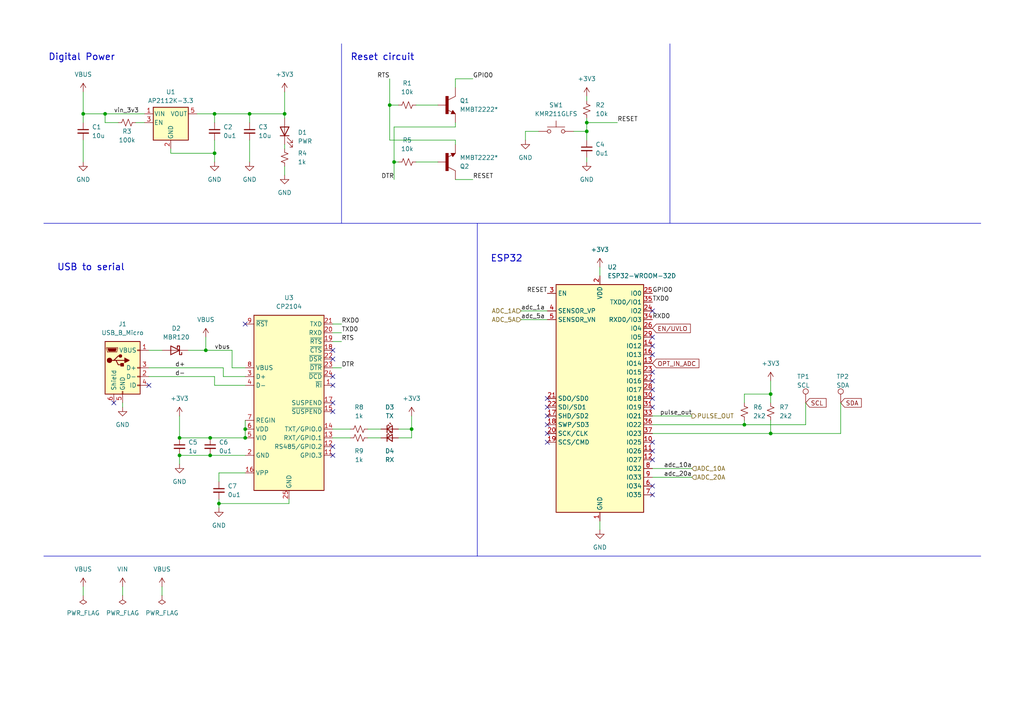
<source format=kicad_sch>
(kicad_sch (version 20231120) (generator "eeschema") (generator_version "8.0")
  (paper "A4")
  (lib_symbols
    (symbol "Connector:TestPoint" (pin_numbers hide) (pin_names (offset 0.762) hide)
      (property "Reference" "TP" (at 0 6.858 0))
      (property "Value" "TestPoint" (at 0 5.08 0))
      (symbol "TestPoint_0_1"
        (circle (center 0 3.302) (radius 0.762))
      )
      (symbol "TestPoint_1_1"
        (pin passive line (at 0 0 90) (length 2.54) (name "1") (number "1"))
      )
    )
    (symbol "Connector:USB_B_Micro" (pin_names (offset 1.016))
      (property "Reference" "J" (at -5.08 11.43 0))
      (property "Value" "USB_B_Micro" (at -5.08 8.89 0))
      (symbol "USB_B_Micro_0_1"
        (rectangle (start -5.08 -7.62) (end 5.08 7.62) (stroke (width 0.254)) (fill (type background)))
        (circle (center -3.81 2.159) (radius 0.635) (stroke (width 0.254)) (fill (type outline)))
        (circle (center -0.635 3.429) (radius 0.381) (stroke (width 0.254)) (fill (type outline)))
        (rectangle (start -0.127 -7.62) (end 0.127 -6.858))
        (polyline (pts (xy -1.905 2.159) (xy 0.635 2.159)) (stroke (width 0.254)))
        (polyline (pts (xy -3.175 2.159) (xy -2.54 2.159) (xy -1.27 3.429) (xy -0.635 3.429)) (stroke (width 0.254)))
        (polyline (pts (xy -2.54 2.159) (xy -1.905 2.159) (xy -1.27 0.889) (xy 0 0.889)) (stroke (width 0.254)))
        (polyline (pts (xy 0.635 2.794) (xy 0.635 1.524) (xy 1.905 2.159) (xy 0.635 2.794)) (stroke (width 0.254)) (fill (type outline)))
        (polyline (pts (xy -4.318 5.588) (xy -1.778 5.588) (xy -2.032 4.826) (xy -4.064 4.826) (xy -4.318 5.588)) (fill (type outline)))
        (polyline (pts (xy -4.699 5.842) (xy -4.699 5.588) (xy -4.445 4.826) (xy -4.445 4.572) (xy -1.651 4.572) (xy -1.651 4.826) (xy -1.397 5.588) (xy -1.397 5.842) (xy -4.699 5.842)))
        (rectangle (start 0.254 1.27) (end -0.508 0.508) (stroke (width 0.254)) (fill (type outline)))
        (rectangle (start 5.08 -5.207) (end 4.318 -4.953))
        (rectangle (start 5.08 -2.667) (end 4.318 -2.413))
        (rectangle (start 5.08 -0.127) (end 4.318 0.127))
        (rectangle (start 5.08 4.953) (end 4.318 5.207))
      )
      (symbol "USB_B_Micro_1_1"
        (pin power_out line (at 7.62 5.08 180) (length 2.54) (name "VBUS") (number "1"))
        (pin bidirectional line (at 7.62 -2.54 180) (length 2.54) (name "D-") (number "2"))
        (pin bidirectional line (at 7.62 0 180) (length 2.54) (name "D+") (number "3"))
        (pin passive line (at 7.62 -5.08 180) (length 2.54) (name "ID") (number "4"))
        (pin power_out line (at 0 -10.16 90) (length 2.54) (name "GND") (number "5"))
        (pin passive line (at -2.54 -10.16 90) (length 2.54) (name "Shield") (number "6"))
      )
    )
    (symbol "DW_custom_symbols:CP2104"
      (property "Reference" "U2" (at 0 30.48 0))
      (property "Value" "CP2104" (at 0 27.94 0))
      (symbol "CP2104_1_1"
        (rectangle (start -10.16 25.4) (end 10.16 -25.4) (stroke (width 0.254)) (fill (type background)))
        (pin input line (at 12.7 5.08 180) (length 2.54) (name "~{RI}") (number "1"))
        (pin no_connect line (at 10.16 -20.32 180) (length 2.54) hide (name "NC") (number "10"))
        (pin bidirectional line (at 12.7 -15.24 180) (length 2.54) (name "GPIO.3") (number "11"))
        (pin bidirectional line (at 12.7 -12.7 180) (length 2.54) (name "RS485/GPIO.2") (number "12"))
        (pin bidirectional line (at 12.7 -10.16 180) (length 2.54) (name "RXT/GPIO.1") (number "13"))
        (pin bidirectional line (at 12.7 -7.62 180) (length 2.54) (name "TXT/GPIO.0") (number "14"))
        (pin output line (at 12.7 -2.54 180) (length 2.54) (name "~{SUSPEND}") (number "15"))
        (pin passive line (at -12.7 -20.32 0) (length 2.54) (name "VPP") (number "16"))
        (pin output line (at 12.7 0 180) (length 2.54) (name "SUSPEND") (number "17"))
        (pin input line (at 12.7 15.24 180) (length 2.54) (name "~{CTS}") (number "18"))
        (pin output line (at 12.7 17.78 180) (length 2.54) (name "~{RTS}") (number "19"))
        (pin power_in line (at -12.7 -15.24 0) (length 2.54) (name "GND") (number "2"))
        (pin input line (at 12.7 20.32 180) (length 2.54) (name "RXD") (number "20"))
        (pin output line (at 12.7 22.86 180) (length 2.54) (name "TXD") (number "21"))
        (pin input line (at 12.7 12.7 180) (length 2.54) (name "~{DSR}") (number "22"))
        (pin output line (at 12.7 10.16 180) (length 2.54) (name "~{DTR}") (number "23"))
        (pin input line (at 12.7 7.62 180) (length 2.54) (name "~{DCD}") (number "24"))
        (pin passive line (at 0 -27.94 90) (length 2.54) (name "GND") (number "25"))
        (pin bidirectional line (at -12.7 7.62 0) (length 2.54) (name "D+") (number "3"))
        (pin bidirectional line (at -12.7 5.08 0) (length 2.54) (name "D-") (number "4"))
        (pin power_in line (at -12.7 -10.16 0) (length 2.54) (name "VIO") (number "5"))
        (pin power_in line (at -12.7 -7.62 0) (length 2.54) (name "VDD") (number "6"))
        (pin power_in line (at -12.7 -5.08 0) (length 2.54) (name "REGIN") (number "7"))
        (pin input line (at -12.7 10.16 0) (length 2.54) (name "VBUS") (number "8"))
        (pin bidirectional line (at -12.7 22.86 0) (length 2.54) (name "~{RST}") (number "9"))
      )
    )
    (symbol "DW_custom_symbols:MMBT2222*" (pin_numbers hide) (pin_names (offset 1.016) hide)
      (property "Reference" "Q" (at -10.16 7.62 0))
      (property "Value" "MMBT2222*" (at -10.1854 5.08 0))
      (symbol "MMBT2222*_0_0"
        (rectangle (start -0.254 -2.54) (end 0.508 2.54) (fill (type outline)))
        (polyline (pts (xy 1.27 -2.54) (xy 1.778 -1.524)) (stroke (width 0.1524)))
        (polyline (pts (xy 1.524 -2.413) (xy 2.286 -2.413)) (stroke (width 0.254)))
        (polyline (pts (xy 1.524 -2.286) (xy 1.905 -2.286)) (stroke (width 0.254)))
        (polyline (pts (xy 1.5494 -2.032) (xy 0.3048 -1.4224)) (stroke (width 0.1524)))
        (polyline (pts (xy 1.778 -1.778) (xy 1.524 -2.286)) (stroke (width 0.254)))
        (polyline (pts (xy 1.778 -1.524) (xy 2.54 -2.54)) (stroke (width 0.1524)))
        (polyline (pts (xy 1.905 -2.286) (xy 1.778 -2.032)) (stroke (width 0.254)))
        (polyline (pts (xy 2.286 -2.413) (xy 1.778 -1.778)) (stroke (width 0.254)))
        (polyline (pts (xy 2.54 -2.54) (xy 1.27 -2.54)) (stroke (width 0.1524)))
        (polyline (pts (xy 2.54 2.54) (xy 0.508 1.524)) (stroke (width 0.1524)))
      )
      (symbol "MMBT2222*_1_0"
        (pin passive line (at -2.54 0 0) (length 2.54) (name "~") (number "1"))
        (pin passive line (at 2.54 -5.08 90) (length 2.54) (name "~") (number "2"))
        (pin passive line (at 2.54 5.08 270) (length 2.54) (name "~") (number "3"))
      )
    )
    (symbol "DW_custom_symbols:VIN" (power) (pin_names (offset 0))
      (property "Value" "VIN" (at 0 6.35 0))
      (symbol "VIN_0_1"
        (polyline (pts (xy -0.762 1.27) (xy 0 2.54)))
        (polyline (pts (xy 0 0) (xy 0 2.54)))
        (polyline (pts (xy 0 2.54) (xy 0.762 1.27)))
      )
      (symbol "VIN_1_1"
        (pin power_in line (at 0 0 90) (length 0) hide (name "VIN") (number "1"))
      )
    )
    (symbol "Device:C_Small" (pin_numbers hide) (pin_names (offset 0.254) hide)
      (property "Reference" "C" (at 0.254 1.778 0))
      (property "Value" "C_Small" (at 0.254 -2.032 0))
      (symbol "C_Small_0_1"
        (polyline (pts (xy -1.524 -0.508) (xy 1.524 -0.508)) (stroke (width 0.3302)))
        (polyline (pts (xy -1.524 0.508) (xy 1.524 0.508)) (stroke (width 0.3048)))
      )
      (symbol "C_Small_1_1"
        (pin passive line (at 0 2.54 270) (length 2.032) (name "~") (number "1"))
        (pin passive line (at 0 -2.54 90) (length 2.032) (name "~") (number "2"))
      )
    )
    (symbol "Device:D_Schottky" (pin_numbers hide) (pin_names (offset 1.016) hide)
      (property "Reference" "D" (at 0 2.54 0))
      (property "Value" "D_Schottky" (at 0 -2.54 0))
      (symbol "D_Schottky_0_1"
        (polyline (pts (xy 1.27 0) (xy -1.27 0)))
        (polyline (pts (xy 1.27 1.27) (xy 1.27 -1.27) (xy -1.27 0) (xy 1.27 1.27)) (stroke (width 0.254)))
        (polyline (pts (xy -1.905 0.635) (xy -1.905 1.27) (xy -1.27 1.27) (xy -1.27 -1.27) (xy -0.635 -1.27) (xy -0.635 -0.635)) (stroke (width 0.254)))
      )
      (symbol "D_Schottky_1_1"
        (pin passive line (at -3.81 0 0) (length 2.54) (name "K") (number "1"))
        (pin passive line (at 3.81 0 180) (length 2.54) (name "A") (number "2"))
      )
    )
    (symbol "Device:LED" (pin_numbers hide) (pin_names (offset 1.016) hide)
      (property "Reference" "D" (at 0 2.54 0))
      (property "Value" "LED" (at 0 -2.54 0))
      (symbol "LED_0_1"
        (polyline (pts (xy -1.27 -1.27) (xy -1.27 1.27)) (stroke (width 0.254)))
        (polyline (pts (xy -1.27 0) (xy 1.27 0)))
        (polyline (pts (xy 1.27 -1.27) (xy 1.27 1.27) (xy -1.27 0) (xy 1.27 -1.27)) (stroke (width 0.254)))
        (polyline (pts (xy -3.048 -0.762) (xy -4.572 -2.286) (xy -3.81 -2.286) (xy -4.572 -2.286) (xy -4.572 -1.524)))
        (polyline (pts (xy -1.778 -0.762) (xy -3.302 -2.286) (xy -2.54 -2.286) (xy -3.302 -2.286) (xy -3.302 -1.524)))
      )
      (symbol "LED_1_1"
        (pin passive line (at -3.81 0 0) (length 2.54) (name "K") (number "1"))
        (pin passive line (at 3.81 0 180) (length 2.54) (name "A") (number "2"))
      )
    )
    (symbol "Device:LED_Small" (pin_numbers hide) (pin_names (offset 0.254) hide)
      (property "Reference" "D" (at -1.27 3.175 0))
      (property "Value" "LED_Small" (at -4.445 -2.54 0))
      (symbol "LED_Small_0_1"
        (polyline (pts (xy -0.762 -1.016) (xy -0.762 1.016)) (stroke (width 0.254)))
        (polyline (pts (xy 1.016 0) (xy -0.762 0)))
        (polyline (pts (xy 0.762 -1.016) (xy -0.762 0) (xy 0.762 1.016) (xy 0.762 -1.016)) (stroke (width 0.254)))
        (polyline (pts (xy 0 0.762) (xy -0.508 1.27) (xy -0.254 1.27) (xy -0.508 1.27) (xy -0.508 1.016)))
        (polyline (pts (xy 0.508 1.27) (xy 0 1.778) (xy 0.254 1.778) (xy 0 1.778) (xy 0 1.524)))
      )
      (symbol "LED_Small_1_1"
        (pin passive line (at -2.54 0 0) (length 1.778) (name "K") (number "1"))
        (pin passive line (at 2.54 0 180) (length 1.778) (name "A") (number "2"))
      )
    )
    (symbol "Device:R_Small_US" (pin_numbers hide) (pin_names (offset 0.254) hide)
      (property "Reference" "R" (at 0.762 0.508 0))
      (property "Value" "R_Small_US" (at 0.762 -1.016 0))
      (symbol "R_Small_US_1_1"
        (polyline (pts (xy 0 0) (xy 1.016 -0.381) (xy 0 -0.762) (xy -1.016 -1.143) (xy 0 -1.524)))
        (polyline (pts (xy 0 1.524) (xy 1.016 1.143) (xy 0 0.762) (xy -1.016 0.381) (xy 0 0)))
        (pin passive line (at 0 2.54 270) (length 1.016) (name "~") (number "1"))
        (pin passive line (at 0 -2.54 90) (length 1.016) (name "~") (number "2"))
      )
    )
    (symbol "RF_Module:ESP32-WROOM-32D"
      (property "Reference" "U" (at -12.7 34.29 0))
      (property "Value" "ESP32-WROOM-32D" (at 1.27 34.29 0))
      (symbol "ESP32-WROOM-32D_0_1"
        (rectangle (start -12.7 33.02) (end 12.7 -33.02) (stroke (width 0.254)) (fill (type background)))
      )
      (symbol "ESP32-WROOM-32D_1_1"
        (pin power_in line (at 0 -35.56 90) (length 2.54) (name "GND") (number "1"))
        (pin bidirectional line (at 15.24 -12.7 180) (length 2.54) (name "IO25") (number "10"))
        (pin bidirectional line (at 15.24 -15.24 180) (length 2.54) (name "IO26") (number "11"))
        (pin bidirectional line (at 15.24 -17.78 180) (length 2.54) (name "IO27") (number "12"))
        (pin bidirectional line (at 15.24 10.16 180) (length 2.54) (name "IO14") (number "13"))
        (pin bidirectional line (at 15.24 15.24 180) (length 2.54) (name "IO12") (number "14"))
        (pin passive line (at 0 -35.56 90) (length 2.54) hide (name "GND") (number "15"))
        (pin bidirectional line (at 15.24 12.7 180) (length 2.54) (name "IO13") (number "16"))
        (pin bidirectional line (at -15.24 -5.08 0) (length 2.54) (name "SHD/SD2") (number "17"))
        (pin bidirectional line (at -15.24 -7.62 0) (length 2.54) (name "SWP/SD3") (number "18"))
        (pin bidirectional line (at -15.24 -12.7 0) (length 2.54) (name "SCS/CMD") (number "19"))
        (pin power_in line (at 0 35.56 270) (length 2.54) (name "VDD") (number "2"))
        (pin bidirectional line (at -15.24 -10.16 0) (length 2.54) (name "SCK/CLK") (number "20"))
        (pin bidirectional line (at -15.24 0 0) (length 2.54) (name "SDO/SD0") (number "21"))
        (pin bidirectional line (at -15.24 -2.54 0) (length 2.54) (name "SDI/SD1") (number "22"))
        (pin bidirectional line (at 15.24 7.62 180) (length 2.54) (name "IO15") (number "23"))
        (pin bidirectional line (at 15.24 25.4 180) (length 2.54) (name "IO2") (number "24"))
        (pin bidirectional line (at 15.24 30.48 180) (length 2.54) (name "IO0") (number "25"))
        (pin bidirectional line (at 15.24 20.32 180) (length 2.54) (name "IO4") (number "26"))
        (pin bidirectional line (at 15.24 5.08 180) (length 2.54) (name "IO16") (number "27"))
        (pin bidirectional line (at 15.24 2.54 180) (length 2.54) (name "IO17") (number "28"))
        (pin bidirectional line (at 15.24 17.78 180) (length 2.54) (name "IO5") (number "29"))
        (pin input line (at -15.24 30.48 0) (length 2.54) (name "EN") (number "3"))
        (pin bidirectional line (at 15.24 0 180) (length 2.54) (name "IO18") (number "30"))
        (pin bidirectional line (at 15.24 -2.54 180) (length 2.54) (name "IO19") (number "31"))
        (pin no_connect line (at -12.7 -27.94 0) (length 2.54) hide (name "NC") (number "32"))
        (pin bidirectional line (at 15.24 -5.08 180) (length 2.54) (name "IO21") (number "33"))
        (pin bidirectional line (at 15.24 22.86 180) (length 2.54) (name "RXD0/IO3") (number "34"))
        (pin bidirectional line (at 15.24 27.94 180) (length 2.54) (name "TXD0/IO1") (number "35"))
        (pin bidirectional line (at 15.24 -7.62 180) (length 2.54) (name "IO22") (number "36"))
        (pin bidirectional line (at 15.24 -10.16 180) (length 2.54) (name "IO23") (number "37"))
        (pin passive line (at 0 -35.56 90) (length 2.54) hide (name "GND") (number "38"))
        (pin passive line (at 0 -35.56 90) (length 2.54) hide (name "GND") (number "39"))
        (pin input line (at -15.24 25.4 0) (length 2.54) (name "SENSOR_VP") (number "4"))
        (pin input line (at -15.24 22.86 0) (length 2.54) (name "SENSOR_VN") (number "5"))
        (pin input line (at 15.24 -25.4 180) (length 2.54) (name "IO34") (number "6"))
        (pin input line (at 15.24 -27.94 180) (length 2.54) (name "IO35") (number "7"))
        (pin bidirectional line (at 15.24 -20.32 180) (length 2.54) (name "IO32") (number "8"))
        (pin bidirectional line (at 15.24 -22.86 180) (length 2.54) (name "IO33") (number "9"))
      )
    )
    (symbol "Regulator_Linear:AP2112K-3.3" (pin_names (offset 0.254))
      (property "Reference" "U" (at -5.08 5.715 0))
      (property "Value" "AP2112K-3.3" (at 0 5.715 0))
      (symbol "AP2112K-3.3_0_1"
        (rectangle (start -5.08 4.445) (end 5.08 -5.08) (stroke (width 0.254)) (fill (type background)))
      )
      (symbol "AP2112K-3.3_1_1"
        (pin power_in line (at -7.62 2.54 0) (length 2.54) (name "VIN") (number "1"))
        (pin power_in line (at 0 -7.62 90) (length 2.54) (name "GND") (number "2"))
        (pin input line (at -7.62 0 0) (length 2.54) (name "EN") (number "3"))
        (pin no_connect line (at 5.08 0 180) (length 2.54) hide (name "NC") (number "4"))
        (pin power_out line (at 7.62 2.54 180) (length 2.54) (name "VOUT") (number "5"))
      )
    )
    (symbol "Switch:SW_Push" (pin_numbers hide) (pin_names (offset 1.016) hide)
      (property "Reference" "SW" (at 1.27 2.54 0))
      (property "Value" "SW_Push" (at 0 -1.524 0))
      (symbol "SW_Push_0_1"
        (circle (center -2.032 0) (radius 0.508))
        (polyline (pts (xy 0 1.27) (xy 0 3.048)))
        (polyline (pts (xy 2.54 1.27) (xy -2.54 1.27)))
        (circle (center 2.032 0) (radius 0.508))
        (pin passive line (at -5.08 0 0) (length 2.54) (name "1") (number "1"))
        (pin passive line (at 5.08 0 180) (length 2.54) (name "2") (number "2"))
      )
    )
    (symbol "power:+3V3" (power) (pin_names (offset 0))
      (property "Value" "+3V3" (at 0 3.556 0))
      (symbol "+3V3_0_1"
        (polyline (pts (xy -0.762 1.27) (xy 0 2.54)))
        (polyline (pts (xy 0 0) (xy 0 2.54)))
        (polyline (pts (xy 0 2.54) (xy 0.762 1.27)))
      )
      (symbol "+3V3_1_1"
        (pin power_in line (at 0 0 90) (length 0) hide (name "+3V3") (number "1"))
      )
    )
    (symbol "power:GND" (power) (pin_names (offset 0))
      (property "Value" "GND" (at 0 -3.81 0))
      (symbol "GND_0_1"
        (polyline (pts (xy 0 0) (xy 0 -1.27) (xy 1.27 -1.27) (xy 0 -2.54) (xy -1.27 -1.27) (xy 0 -1.27)))
      )
      (symbol "GND_1_1"
        (pin power_in line (at 0 0 270) (length 0) hide (name "GND") (number "1"))
      )
    )
    (symbol "power:PWR_FLAG" (power) (pin_numbers hide) (pin_names (offset 0) hide)
      (property "Value" "PWR_FLAG" (at 0 3.81 0))
      (symbol "PWR_FLAG_0_0"
        (pin power_out line (at 0 0 90) (length 0) (name "pwr") (number "1"))
      )
      (symbol "PWR_FLAG_0_1"
        (polyline (pts (xy 0 0) (xy 0 1.27) (xy -1.016 1.905) (xy 0 2.54) (xy 1.016 1.905) (xy 0 1.27)))
      )
    )
    (symbol "power:VBUS" (power) (pin_names (offset 0))
      (property "Value" "VBUS" (at 0 3.81 0))
      (symbol "VBUS_0_1"
        (polyline (pts (xy -0.762 1.27) (xy 0 2.54)))
        (polyline (pts (xy 0 0) (xy 0 2.54)))
        (polyline (pts (xy 0 2.54) (xy 0.762 1.27)))
      )
      (symbol "VBUS_1_1"
        (pin power_in line (at 0 0 90) (length 0) hide (name "VBUS") (number "1"))
      )
    )
  )
  (junction (at 60.96 127))
  (junction (at 113.03 30.48))
  (junction (at 215.9 123.19))
  (junction (at 223.52 114.3))
  (junction (at 119.38 124.46))
  (junction (at 30.48 33.02))
  (junction (at 24.13 33.02))
  (junction (at 82.55 33.02))
  (junction (at 71.12 127))
  (junction (at 170.18 38.1))
  (junction (at 170.18 35.56))
  (junction (at 223.52 125.73))
  (junction (at 71.12 124.46))
  (junction (at 72.39 33.02))
  (junction (at 63.5 146.05))
  (junction (at 52.07 127))
  (junction (at 59.69 101.6))
  (junction (at 62.23 44.45))
  (junction (at 114.3 46.99))
  (junction (at 60.96 132.08))
  (junction (at 52.07 132.08))
  (junction (at 62.23 33.02))
  (no_connect (at 96.52 132.08))
  (no_connect (at 189.23 115.57))
  (no_connect (at 158.75 118.11))
  (no_connect (at 189.23 102.87))
  (no_connect (at 158.75 125.73))
  (no_connect (at 189.23 143.51))
  (no_connect (at 96.52 111.76))
  (no_connect (at 71.12 93.98))
  (no_connect (at 189.23 113.03))
  (no_connect (at 158.75 123.19))
  (no_connect (at 96.52 104.14))
  (no_connect (at 189.23 107.95))
  (no_connect (at 189.23 118.11))
  (no_connect (at 189.23 110.49))
  (no_connect (at 96.52 129.54))
  (no_connect (at 158.75 128.27))
  (no_connect (at 189.23 130.81))
  (no_connect (at 189.23 140.97))
  (no_connect (at 189.23 133.35))
  (no_connect (at 96.52 119.38))
  (no_connect (at 189.23 90.17))
  (no_connect (at 96.52 109.22))
  (no_connect (at 158.75 120.65))
  (no_connect (at 189.23 97.79))
  (no_connect (at 33.02 116.84))
  (no_connect (at 96.52 101.6))
  (no_connect (at 96.52 116.84))
  (no_connect (at 43.18 111.76))
  (no_connect (at 158.75 115.57))
  (no_connect (at 189.23 128.27))
  (no_connect (at 189.23 100.33))
  (polyline (pts (xy 194.31 64.77) (xy 284.48 64.77)))
  (wire (pts (xy 96.52 99.06) (xy 99.06 99.06)))
  (wire (pts (xy 223.52 121.92) (xy 223.52 125.73)))
  (wire (pts (xy 189.23 123.19) (xy 215.9 123.19)))
  (wire (pts (xy 83.82 144.78) (xy 83.82 146.05)))
  (wire (pts (xy 215.9 121.92) (xy 215.9 123.19)))
  (wire (pts (xy 96.52 124.46) (xy 101.6 124.46)))
  (wire (pts (xy 52.07 132.08) (xy 52.07 134.62)))
  (wire (pts (xy 63.5 137.16) (xy 63.5 139.7)))
  (wire (pts (xy 52.07 120.65) (xy 52.07 127)))
  (wire (pts (xy 30.48 33.02) (xy 41.91 33.02)))
  (wire (pts (xy 132.08 52.07) (xy 137.16 52.07)))
  (wire (pts (xy 83.82 146.05) (xy 63.5 146.05)))
  (wire (pts (xy 215.9 123.19) (xy 233.68 123.19)))
  (wire (pts (xy 67.31 101.6) (xy 59.69 101.6)))
  (wire (pts (xy 49.53 43.18) (xy 49.53 44.45)))
  (wire (pts (xy 189.23 120.65) (xy 200.66 120.65)))
  (wire (pts (xy 71.12 121.92) (xy 71.12 124.46)))
  (wire (pts (xy 64.77 109.22) (xy 71.12 109.22)))
  (wire (pts (xy 189.23 138.43) (xy 200.66 138.43)))
  (wire (pts (xy 223.52 114.3) (xy 223.52 116.84)))
  (wire (pts (xy 114.3 46.99) (xy 114.3 52.07)))
  (wire (pts (xy 173.99 77.47) (xy 173.99 80.01)))
  (wire (pts (xy 170.18 45.72) (xy 170.18 46.99)))
  (wire (pts (xy 132.08 41.91) (xy 132.08 40.64)))
  (wire (pts (xy 96.52 127) (xy 101.6 127)))
  (wire (pts (xy 170.18 27.94) (xy 170.18 29.21)))
  (wire (pts (xy 243.84 116.84) (xy 243.84 125.73)))
  (wire (pts (xy 96.52 93.98) (xy 99.06 93.98)))
  (wire (pts (xy 119.38 124.46) (xy 119.38 127)))
  (wire (pts (xy 173.99 151.13) (xy 173.99 153.67)))
  (wire (pts (xy 170.18 40.64) (xy 170.18 38.1)))
  (wire (pts (xy 24.13 33.02) (xy 24.13 35.56)))
  (wire (pts (xy 60.96 132.08) (xy 71.12 132.08)))
  (wire (pts (xy 62.23 40.64) (xy 62.23 44.45)))
  (wire (pts (xy 170.18 35.56) (xy 179.07 35.56)))
  (wire (pts (xy 115.57 124.46) (xy 119.38 124.46)))
  (wire (pts (xy 132.08 40.64) (xy 113.03 40.64)))
  (wire (pts (xy 82.55 33.02) (xy 82.55 34.29)))
  (polyline (pts (xy 138.43 161.29) (xy 284.48 161.29)))
  (polyline (pts (xy 138.43 64.77) (xy 138.43 161.29)))
  (wire (pts (xy 215.9 114.3) (xy 223.52 114.3)))
  (wire (pts (xy 62.23 33.02) (xy 72.39 33.02)))
  (wire (pts (xy 132.08 25.4) (xy 132.08 22.86)))
  (wire (pts (xy 59.69 97.79) (xy 59.69 101.6)))
  (wire (pts (xy 62.23 109.22) (xy 62.23 111.76)))
  (wire (pts (xy 119.38 120.65) (xy 119.38 124.46)))
  (polyline (pts (xy 194.31 12.7) (xy 194.31 64.77)))
  (wire (pts (xy 96.52 106.68) (xy 99.06 106.68)))
  (wire (pts (xy 170.18 34.29) (xy 170.18 35.56)))
  (wire (pts (xy 71.12 124.46) (xy 71.12 127)))
  (wire (pts (xy 114.3 36.83) (xy 114.3 46.99)))
  (wire (pts (xy 24.13 170.18) (xy 24.13 172.72)))
  (wire (pts (xy 60.96 127) (xy 71.12 127)))
  (wire (pts (xy 96.52 96.52) (xy 99.06 96.52)))
  (wire (pts (xy 113.03 30.48) (xy 115.57 30.48)))
  (wire (pts (xy 24.13 26.67) (xy 24.13 33.02)))
  (wire (pts (xy 152.4 38.1) (xy 156.21 38.1)))
  (wire (pts (xy 223.52 125.73) (xy 243.84 125.73)))
  (polyline (pts (xy 12.7 64.77) (xy 99.06 64.77)))
  (wire (pts (xy 30.48 33.02) (xy 30.48 35.56)))
  (wire (pts (xy 233.68 116.84) (xy 233.68 123.19)))
  (wire (pts (xy 132.08 35.56) (xy 132.08 36.83)))
  (wire (pts (xy 24.13 33.02) (xy 30.48 33.02)))
  (wire (pts (xy 49.53 44.45) (xy 62.23 44.45)))
  (wire (pts (xy 46.99 170.18) (xy 46.99 172.72)))
  (wire (pts (xy 62.23 33.02) (xy 62.23 35.56)))
  (wire (pts (xy 82.55 48.26) (xy 82.55 50.8)))
  (wire (pts (xy 57.15 33.02) (xy 62.23 33.02)))
  (wire (pts (xy 62.23 111.76) (xy 71.12 111.76)))
  (polyline (pts (xy 99.06 12.7) (xy 99.06 64.77)))
  (wire (pts (xy 35.56 116.84) (xy 35.56 118.11)))
  (wire (pts (xy 82.55 33.02) (xy 72.39 33.02)))
  (wire (pts (xy 151.13 90.17) (xy 158.75 90.17)))
  (wire (pts (xy 114.3 46.99) (xy 115.57 46.99)))
  (wire (pts (xy 189.23 125.73) (xy 223.52 125.73)))
  (wire (pts (xy 67.31 106.68) (xy 67.31 101.6)))
  (wire (pts (xy 189.23 135.89) (xy 200.66 135.89)))
  (wire (pts (xy 54.61 101.6) (xy 59.69 101.6)))
  (wire (pts (xy 170.18 38.1) (xy 166.37 38.1)))
  (wire (pts (xy 71.12 137.16) (xy 63.5 137.16)))
  (wire (pts (xy 119.38 127) (xy 115.57 127)))
  (wire (pts (xy 215.9 116.84) (xy 215.9 114.3)))
  (wire (pts (xy 113.03 40.64) (xy 113.03 30.48)))
  (wire (pts (xy 113.03 22.86) (xy 113.03 30.48)))
  (polyline (pts (xy 12.7 161.29) (xy 138.43 161.29)))
  (wire (pts (xy 152.4 40.64) (xy 152.4 38.1)))
  (wire (pts (xy 39.37 35.56) (xy 41.91 35.56)))
  (wire (pts (xy 151.13 92.71) (xy 158.75 92.71)))
  (wire (pts (xy 82.55 41.91) (xy 82.55 43.18)))
  (wire (pts (xy 223.52 114.3) (xy 223.52 110.49)))
  (wire (pts (xy 132.08 36.83) (xy 114.3 36.83)))
  (wire (pts (xy 120.65 46.99) (xy 127 46.99)))
  (wire (pts (xy 71.12 106.68) (xy 67.31 106.68)))
  (wire (pts (xy 72.39 33.02) (xy 72.39 35.56)))
  (wire (pts (xy 52.07 127) (xy 60.96 127)))
  (polyline (pts (xy 99.06 64.77) (xy 194.31 64.77)))
  (wire (pts (xy 34.29 35.56) (xy 30.48 35.56)))
  (wire (pts (xy 43.18 109.22) (xy 62.23 109.22)))
  (wire (pts (xy 43.18 106.68) (xy 64.77 106.68)))
  (wire (pts (xy 106.68 127) (xy 110.49 127)))
  (wire (pts (xy 82.55 26.67) (xy 82.55 33.02)))
  (wire (pts (xy 72.39 40.64) (xy 72.39 46.99)))
  (wire (pts (xy 43.18 101.6) (xy 46.99 101.6)))
  (wire (pts (xy 24.13 40.64) (xy 24.13 46.99)))
  (wire (pts (xy 52.07 132.08) (xy 60.96 132.08)))
  (wire (pts (xy 63.5 146.05) (xy 63.5 147.32)))
  (wire (pts (xy 170.18 35.56) (xy 170.18 38.1)))
  (wire (pts (xy 120.65 30.48) (xy 127 30.48)))
  (wire (pts (xy 106.68 124.46) (xy 110.49 124.46)))
  (wire (pts (xy 63.5 144.78) (xy 63.5 146.05)))
  (wire (pts (xy 35.56 170.18) (xy 35.56 172.72)))
  (wire (pts (xy 64.77 106.68) (xy 64.77 109.22)))
  (wire (pts (xy 132.08 22.86) (xy 137.16 22.86)))
  (wire (pts (xy 62.23 44.45) (xy 62.23 46.99)))
  (text "USB to serial" (at 16.51 78.74 0) (effects (font (size 1.905 1.905) (thickness 0.254) (bold yes)) (justify left bottom)))
  (text "ESP32" (at 142.24 76.2 0) (effects (font (size 1.905 1.905) (thickness 0.254) (bold yes)) (justify left bottom)))
  (text "Digital Power" (at 13.97 17.78 0) (effects (font (size 1.905 1.905) (thickness 0.254) (bold yes)) (justify left bottom)))
  (text "Reset circuit" (at 101.6 17.78 0) (effects (font (size 1.905 1.905) (thickness 0.254) (bold yes)) (justify left bottom)))
  (label "RTS" (at 113.03 22.86 180))
  (label "DTR" (at 114.3 52.07 180))
  (label "GPIO0" (at 137.16 22.86 0))
  (label "RESET" (at 137.16 52.07 0))
  (label "RXD0" (at 189.23 92.71 0))
  (label "TXD0" (at 99.06 96.52 0))
  (label "RESET" (at 158.75 85.09 180))
  (label "vin_3v3" (at 33.02 33.02 0))
  (label "RESET" (at 179.07 35.56 0))
  (label "d+" (at 50.8 106.68 0))
  (label "DTR" (at 99.06 106.68 0))
  (label "adc_1a" (at 151.13 90.17 0))
  (label "vbus" (at 62.23 101.6 0))
  (label "adc_20a" (at 200.66 138.43 180))
  (label "RXD0" (at 99.06 93.98 0))
  (label "RTS" (at 99.06 99.06 0))
  (label "d-" (at 50.8 109.22 0))
  (label "pulse_out" (at 200.66 120.65 180))
  (label "adc_5a" (at 151.13 92.71 0))
  (label "adc_10a" (at 200.66 135.89 180))
  (label "GPIO0" (at 189.23 85.09 0))
  (label "TXD0" (at 189.23 87.63 0))
  (global_label "OPT_IN_ADC" (shape input) (at 189.23 105.41 0) (property "Intersheetrefs" "${INTERSHEET_REFS}" (effects (hide yes))))
  (global_label "EN{slash}UVLO" (shape input) (at 189.23 95.25 0) (property "Intersheetrefs" "${INTERSHEET_REFS}" (effects (hide yes))))
  (global_label "SDA" (shape input) (at 243.84 116.84 0) (property "Intersheetrefs" "${INTERSHEET_REFS}" (effects (hide yes))))
  (global_label "SCL" (shape input) (at 233.68 116.84 0) (property "Intersheetrefs" "${INTERSHEET_REFS}" (effects (hide yes))))
  (hierarchical_label "ADC_10A" (shape input) (at 200.66 135.89 0))
  (hierarchical_label "ADC_1A" (shape input) (at 151.13 90.17 180))
  (hierarchical_label "ADC_5A" (shape input) (at 151.13 92.71 180))
  (hierarchical_label "PULSE_OUT" (shape output) (at 200.66 120.65 0))
  (hierarchical_label "ADC_20A" (shape input) (at 200.66 138.43 0))
  (symbol (lib_id "power:GND") (at 72.39 46.99 0) (unit 1)
    (property "Reference" "#PWR07" (effects (hide yes)))
    (property "Value" "GND" (at 72.39 52.07 0))
  )
  (symbol (lib_id "Device:LED_Small") (at 113.03 124.46 0) (unit 1)
    (property "Reference" "D3" (at 113.03 118.11 0))
    (property "Value" "TX" (at 113.03 120.65 0))
    (property "Footprint" "LED_SMD:LED_0603_1608Metric_Pad1.05x0.95mm_HandSolder" (effects (hide yes)))
  )
  (symbol (lib_id "power:+3V3") (at 170.18 27.94 0) (unit 1)
    (property "Reference" "#PWR03" (effects (hide yes)))
    (property "Value" "+3V3" (at 170.18 22.86 0))
  )
  (symbol (lib_id "Device:D_Schottky") (at 50.8 101.6 180) (unit 1)
    (property "Reference" "D2" (at 51.1175 95.25 0))
    (property "Value" "MBR120" (at 51.1175 97.79 0))
    (property "Footprint" "Diode_SMD:D_SOD-123F" (effects (hide yes)))
  )
  (symbol (lib_id "power:GND") (at 152.4 40.64 0) (unit 1)
    (property "Reference" "#PWR04" (effects (hide yes)))
    (property "Value" "GND" (at 152.4 45.72 0))
  )
  (symbol (lib_id "Device:R_Small_US") (at 215.9 119.38 180) (unit 1)
    (property "Reference" "R6" (at 218.44 118.11 0) (effects (justify right)))
    (property "Value" "2k2" (at 218.44 120.65 0) (effects (justify right)))
    (property "Footprint" "Resistor_SMD:R_0603_1608Metric_Pad0.98x0.95mm_HandSolder" (effects (hide yes)))
  )
  (symbol (lib_id "Connector:TestPoint") (at 243.84 116.84 0) (unit 1)
    (property "Reference" "TP2" (at 242.57 109.22 0) (effects (justify left)))
    (property "Value" "SDA" (at 242.57 111.76 0) (effects (justify left)))
    (property "Footprint" "DW_Library:Keystone-1502-2" (effects (hide yes)))
    (property "Part" "Keystone 1502-2" (effects (hide yes)))
  )
  (symbol (lib_id "RF_Module:ESP32-WROOM-32D") (at 173.99 115.57 0) (unit 1)
    (property "Reference" "U2" (at 176.1841 77.47 0) (effects (justify left)))
    (property "Value" "ESP32-WROOM-32D" (at 176.1841 80.01 0) (effects (justify left)))
    (property "Footprint" "RF_Module:ESP32-WROOM-32D" (effects (hide yes)))
    (property "Datasheet" "https://www.espressif.com/sites/default/files/documentation/esp32-wroom-32d_esp32-wroom-32u_datasheet_en.pdf" (effects (hide yes)))
  )
  (symbol (lib_id "Device:R_Small_US") (at 170.18 31.75 180) (unit 1)
    (property "Reference" "R2" (at 172.72 30.48 0) (effects (justify right)))
    (property "Value" "10k" (at 172.72 33.02 0) (effects (justify right)))
    (property "Footprint" "Resistor_SMD:R_0603_1608Metric_Pad0.98x0.95mm_HandSolder" (effects (hide yes)))
  )
  (symbol (lib_id "power:GND") (at 170.18 46.99 0) (unit 1)
    (property "Reference" "#PWR08" (effects (hide yes)))
    (property "Value" "GND" (at 170.18 52.07 0))
  )
  (symbol (lib_id "Device:C_Small") (at 52.07 129.54 0) (unit 1)
    (property "Reference" "C5" (at 54.61 128.2763 0) (effects (justify left)))
    (property "Value" "1u" (at 54.61 130.8163 0) (effects (justify left)))
    (property "Footprint" "Capacitor_SMD:C_0603_1608Metric_Pad1.08x0.95mm_HandSolder" (effects (hide yes)))
  )
  (symbol (lib_id "Device:C_Small") (at 72.39 38.1 0) (unit 1)
    (property "Reference" "C3" (at 74.93 36.8363 0) (effects (justify left)))
    (property "Value" "10u" (at 74.93 39.3763 0) (effects (justify left)))
    (property "Footprint" "Capacitor_SMD:C_0805_2012Metric_Pad1.18x1.45mm_HandSolder" (effects (hide yes)))
  )
  (symbol (lib_id "power:PWR_FLAG") (at 35.56 172.72 180) (unit 1)
    (property "Reference" "#FLG02" (effects (hide yes)))
    (property "Value" "PWR_FLAG" (at 35.56 177.8 0))
  )
  (symbol (lib_id "Device:LED_Small") (at 113.03 127 0) (unit 1)
    (property "Reference" "D4" (at 113.03 130.81 0))
    (property "Value" "RX" (at 113.03 133.35 0))
    (property "Footprint" "LED_SMD:LED_0603_1608Metric_Pad1.05x0.95mm_HandSolder" (effects (hide yes)))
  )
  (symbol (lib_id "power:GND") (at 35.56 118.11 0) (unit 1)
    (property "Reference" "#PWR013" (effects (hide yes)))
    (property "Value" "GND" (at 35.56 123.19 0))
  )
  (symbol (lib_id "Device:C_Small") (at 62.23 38.1 0) (unit 1)
    (property "Reference" "C2" (at 64.77 36.8363 0) (effects (justify left)))
    (property "Value" "0u1" (at 64.77 39.3763 0) (effects (justify left)))
    (property "Footprint" "Capacitor_SMD:C_0603_1608Metric_Pad1.08x0.95mm_HandSolder" (effects (hide yes)))
  )
  (symbol (lib_id "power:+3V3") (at 82.55 26.67 0) (unit 1)
    (property "Reference" "#PWR02" (effects (hide yes)))
    (property "Value" "+3V3" (at 82.55 21.59 0))
  )
  (symbol (lib_id "power:VBUS") (at 24.13 170.18 0) (unit 1)
    (property "Reference" "#PWR019" (effects (hide yes)))
    (property "Value" "VBUS" (at 24.13 165.1 0))
  )
  (symbol (lib_id "power:GND") (at 62.23 46.99 0) (unit 1)
    (property "Reference" "#PWR06" (effects (hide yes)))
    (property "Value" "GND" (at 62.23 52.07 0))
  )
  (symbol (lib_id "Connector:USB_B_Micro") (at 35.56 106.68 0) (unit 1)
    (property "Reference" "J1" (at 35.56 93.98 0))
    (property "Value" "USB_B_Micro" (at 35.56 96.52 0))
    (property "Footprint" "DW_Library:USB_Micro-B_Amphenol_10118194_Horizontal" (effects (hide yes)))
    (property "Part" "Amphenol 10118294" (effects (hide yes)))
  )
  (symbol (lib_id "Device:R_Small_US") (at 82.55 45.72 180) (unit 1)
    (property "Reference" "R4" (at 86.36 44.45 0) (effects (justify right)))
    (property "Value" "1k" (at 86.36 46.99 0) (effects (justify right)))
    (property "Footprint" "Resistor_SMD:R_0603_1608Metric_Pad0.98x0.95mm_HandSolder" (effects (hide yes)))
  )
  (symbol (lib_id "DW_custom_symbols:CP2104") (at 83.82 116.84 0) (unit 1)
    (property "Reference" "U3" (at 83.82 86.36 0))
    (property "Value" "CP2104" (at 83.82 88.9 0))
    (property "Footprint" "Package_DFN_QFN:QFN-24-1EP_4x4mm_P0.5mm_EP2.6x2.6mm" (effects (hide yes)))
    (property "Datasheet" "https://www.silabs.com/documents/public/data-sheets/cp2104.pdf" (effects (hide yes)))
  )
  (symbol (lib_id "DW_custom_symbols:MMBT2222*") (at 129.54 30.48 0) (unit 1)
    (property "Reference" "Q1" (at 133.35 29.21 0) (effects (justify left)))
    (property "Value" "MMBT2222*" (at 133.35 31.75 0) (effects (justify left)))
    (property "Footprint" "Package_TO_SOT_SMD:SOT-23" (effects (hide yes)))
  )
  (symbol (lib_id "power:GND") (at 82.55 50.8 0) (unit 1)
    (property "Reference" "#PWR09" (effects (hide yes)))
    (property "Value" "GND" (at 82.55 55.88 0))
  )
  (symbol (lib_id "Device:R_Small_US") (at 36.83 35.56 90) (unit 1)
    (property "Reference" "R3" (at 36.83 38.1 90))
    (property "Value" "100k" (at 36.83 40.64 90))
    (property "Footprint" "Resistor_SMD:R_0603_1608Metric_Pad0.98x0.95mm_HandSolder" (effects (hide yes)))
  )
  (symbol (lib_id "power:PWR_FLAG") (at 46.99 172.72 180) (unit 1)
    (property "Reference" "#FLG03" (effects (hide yes)))
    (property "Value" "PWR_FLAG" (at 46.99 177.8 0))
  )
  (symbol (lib_id "power:GND") (at 63.5 147.32 0) (unit 1)
    (property "Reference" "#PWR017" (effects (hide yes)))
    (property "Value" "GND" (at 63.5 152.4 0))
  )
  (symbol (lib_id "power:VBUS") (at 24.13 26.67 0) (unit 1)
    (property "Reference" "#PWR01" (effects (hide yes)))
    (property "Value" "VBUS" (at 24.13 21.59 0))
  )
  (symbol (lib_id "power:+3V3") (at 119.38 120.65 0) (unit 1)
    (property "Reference" "#PWR015" (effects (hide yes)))
    (property "Value" "+3V3" (at 119.38 115.57 0))
  )
  (symbol (lib_id "Device:R_Small_US") (at 104.14 127 90) (unit 1)
    (property "Reference" "R9" (at 104.14 130.81 90))
    (property "Value" "1k" (at 104.14 133.35 90))
    (property "Footprint" "Resistor_SMD:R_0603_1608Metric_Pad0.98x0.95mm_HandSolder" (effects (hide yes)))
  )
  (symbol (lib_id "Device:C_Small") (at 60.96 129.54 0) (unit 1)
    (property "Reference" "C6" (at 63.5 128.2763 0) (effects (justify left)))
    (property "Value" "0u1" (at 63.5 130.8163 0) (effects (justify left)))
    (property "Footprint" "Capacitor_SMD:C_0603_1608Metric_Pad1.08x0.95mm_HandSolder" (effects (hide yes)))
  )
  (symbol (lib_id "Device:C_Small") (at 24.13 38.1 0) (unit 1)
    (property "Reference" "C1" (at 26.67 36.8363 0) (effects (justify left)))
    (property "Value" "10u" (at 26.67 39.3763 0) (effects (justify left)))
    (property "Footprint" "Capacitor_SMD:C_0805_2012Metric_Pad1.18x1.45mm_HandSolder" (effects (hide yes)))
  )
  (symbol (lib_id "Device:R_Small_US") (at 223.52 119.38 180) (unit 1)
    (property "Reference" "R7" (at 226.06 118.11 0) (effects (justify right)))
    (property "Value" "2k2" (at 226.06 120.65 0) (effects (justify right)))
    (property "Footprint" "Resistor_SMD:R_0603_1608Metric_Pad0.98x0.95mm_HandSolder" (effects (hide yes)))
  )
  (symbol (lib_id "power:VBUS") (at 46.99 170.18 0) (unit 1)
    (property "Reference" "#PWR021" (effects (hide yes)))
    (property "Value" "VBUS" (at 46.99 165.1 0))
  )
  (symbol (lib_id "power:+3V3") (at 52.07 120.65 0) (unit 1)
    (property "Reference" "#PWR014" (effects (hide yes)))
    (property "Value" "+3V3" (at 52.07 115.57 0))
  )
  (symbol (lib_id "Device:R_Small_US") (at 118.11 46.99 90) (unit 1)
    (property "Reference" "R5" (at 118.11 40.64 90))
    (property "Value" "10k" (at 118.11 43.18 90))
    (property "Footprint" "Resistor_SMD:R_0603_1608Metric_Pad0.98x0.95mm_HandSolder" (effects (hide yes)))
  )
  (symbol (lib_id "Regulator_Linear:AP2112K-3.3") (at 49.53 35.56 0) (unit 1)
    (property "Reference" "U1" (at 49.53 26.67 0))
    (property "Value" "AP2112K-3.3" (at 49.53 29.21 0))
    (property "Footprint" "Package_TO_SOT_SMD:SOT-23-5" (effects (hide yes)))
    (property "Datasheet" "https://www.diodes.com/assets/Datasheets/AP2112.pdf" (effects (hide yes)))
  )
  (symbol (lib_id "power:GND") (at 52.07 134.62 0) (unit 1)
    (property "Reference" "#PWR016" (effects (hide yes)))
    (property "Value" "GND" (at 52.07 139.7 0))
  )
  (symbol (lib_id "Switch:SW_Push") (at 161.29 38.1 0) (unit 1)
    (property "Reference" "SW1" (at 161.29 30.48 0))
    (property "Value" "KMR211GLFS" (at 161.29 33.02 0))
    (property "Footprint" "Button_Switch_SMD:SW_Push_1P1T-SH_NO_CK_KMR2xxG" (effects (hide yes)))
  )
  (symbol (lib_id "Device:R_Small_US") (at 118.11 30.48 90) (unit 1)
    (property "Reference" "R1" (at 118.11 24.13 90))
    (property "Value" "10k" (at 118.11 26.67 90))
    (property "Footprint" "Resistor_SMD:R_0603_1608Metric_Pad0.98x0.95mm_HandSolder" (effects (hide yes)))
  )
  (symbol (lib_id "power:PWR_FLAG") (at 24.13 172.72 180) (unit 1)
    (property "Reference" "#FLG01" (effects (hide yes)))
    (property "Value" "PWR_FLAG" (at 24.13 177.8 0))
  )
  (symbol (lib_id "Device:R_Small_US") (at 104.14 124.46 90) (unit 1)
    (property "Reference" "R8" (at 104.14 118.11 90))
    (property "Value" "1k" (at 104.14 120.65 90))
    (property "Footprint" "Resistor_SMD:R_0603_1608Metric_Pad0.98x0.95mm_HandSolder" (effects (hide yes)))
  )
  (symbol (lib_id "Device:C_Small") (at 63.5 142.24 0) (unit 1)
    (property "Reference" "C7" (at 66.04 140.9763 0) (effects (justify left)))
    (property "Value" "0u1" (at 66.04 143.5163 0) (effects (justify left)))
    (property "Footprint" "Capacitor_SMD:C_0603_1608Metric_Pad1.08x0.95mm_HandSolder" (effects (hide yes)))
  )
  (symbol (lib_id "Device:C_Small") (at 170.18 43.18 0) (unit 1)
    (property "Reference" "C4" (at 172.72 41.9163 0) (effects (justify left)))
    (property "Value" "0u1" (at 172.72 44.4563 0) (effects (justify left)))
    (property "Footprint" "Capacitor_SMD:C_0603_1608Metric_Pad1.08x0.95mm_HandSolder" (effects (hide yes)))
  )
  (symbol (lib_id "DW_custom_symbols:MMBT2222*") (at 129.54 46.99 0) (mirror x) (unit 1)
    (property "Reference" "Q2" (at 133.35 48.26 0) (effects (justify left)))
    (property "Value" "MMBT2222*" (at 133.35 45.72 0) (effects (justify left)))
    (property "Footprint" "Package_TO_SOT_SMD:SOT-23" (effects (hide yes)))
  )
  (symbol (lib_id "DW_custom_symbols:VIN") (at 35.56 170.18 0) (unit 1)
    (property "Reference" "#PWR020" (effects (hide yes)))
    (property "Value" "VIN" (at 35.56 165.1 0))
  )
  (symbol (lib_id "power:+3V3") (at 173.99 77.47 0) (unit 1)
    (property "Reference" "#PWR010" (effects (hide yes)))
    (property "Value" "+3V3" (at 173.99 72.39 0))
  )
  (symbol (lib_id "Device:LED") (at 82.55 38.1 90) (unit 1)
    (property "Reference" "D1" (at 86.36 38.4175 90) (effects (justify right)))
    (property "Value" "PWR" (at 86.36 40.9575 90) (effects (justify right)))
    (property "Footprint" "LED_SMD:LED_0603_1608Metric_Pad1.05x0.95mm_HandSolder" (effects (hide yes)))
  )
  (symbol (lib_id "power:+3V3") (at 223.52 110.49 0) (unit 1)
    (property "Reference" "#PWR012" (effects (hide yes)))
    (property "Value" "+3V3" (at 223.52 105.41 0))
  )
  (symbol (lib_id "power:GND") (at 173.99 153.67 0) (unit 1)
    (property "Reference" "#PWR018" (effects (hide yes)))
    (property "Value" "GND" (at 173.99 158.75 0))
  )
  (symbol (lib_id "power:VBUS") (at 59.69 97.79 0) (unit 1)
    (property "Reference" "#PWR011" (effects (hide yes)))
    (property "Value" "VBUS" (at 59.69 92.71 0))
  )
  (symbol (lib_id "power:GND") (at 24.13 46.99 0) (unit 1)
    (property "Reference" "#PWR05" (effects (hide yes)))
    (property "Value" "GND" (at 24.13 52.07 0))
  )
  (symbol (lib_id "Connector:TestPoint") (at 233.68 116.84 0) (unit 1)
    (property "Reference" "TP1" (at 231.14 109.22 0) (effects (justify left)))
    (property "Value" "SCL" (at 231.14 111.76 0) (effects (justify left)))
    (property "Footprint" "DW_Library:Keystone-1502-2" (effects (hide yes)))
    (property "Part" "Keystone 1502-2" (effects (hide yes)))
  )
)
</source>
